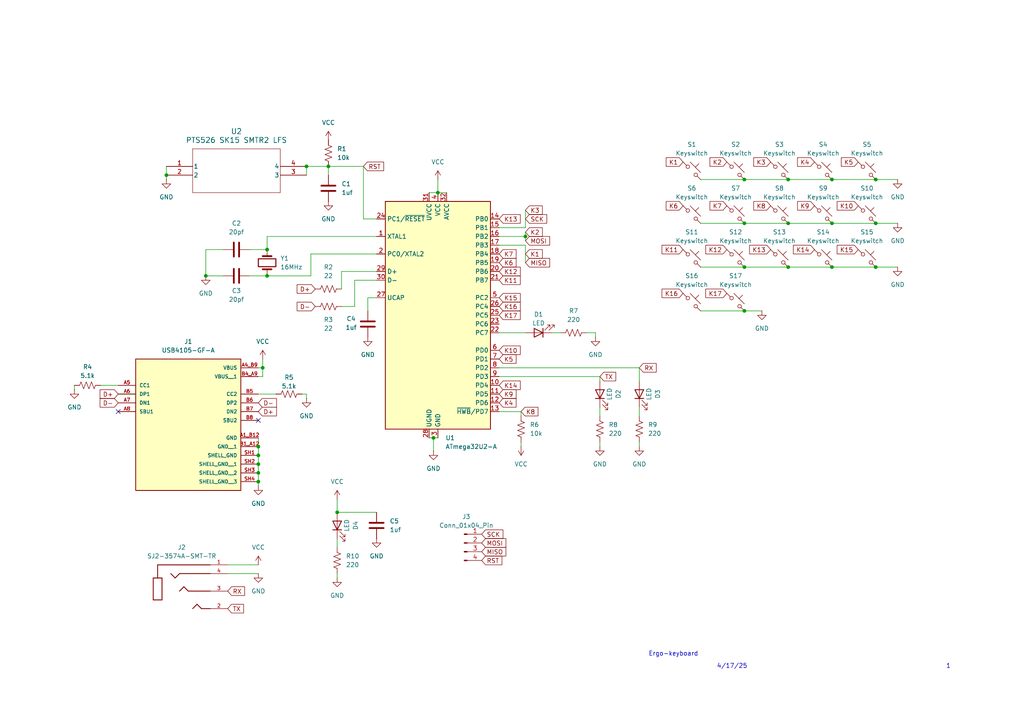
<source format=kicad_sch>
(kicad_sch (version 20231120) (generator "eeschema") (generator_version "8.0")
  (paper "A4")
  (lib_symbols
    (symbol "Connector:Conn_01x04_Pin" (pin_names (offset 1.016) hide)
      (property "Reference" "J" (at 0 5.08 0))
      (property "Value" "Conn_01x04_Pin" (at 0 -7.62 0))
      (symbol "Conn_01x04_Pin_1_1"
        (polyline (pts (xy 1.27 -5.08) (xy 0.8636 -5.08)) (stroke (width 0.1524)))
        (polyline (pts (xy 1.27 -2.54) (xy 0.8636 -2.54)) (stroke (width 0.1524)))
        (polyline (pts (xy 1.27 0) (xy 0.8636 0)) (stroke (width 0.1524)))
        (polyline (pts (xy 1.27 2.54) (xy 0.8636 2.54)) (stroke (width 0.1524)))
        (rectangle (start 0.8636 -4.953) (end 0 -5.207) (stroke (width 0.1524)) (fill (type outline)))
        (rectangle (start 0.8636 -2.413) (end 0 -2.667) (stroke (width 0.1524)) (fill (type outline)))
        (rectangle (start 0.8636 0.127) (end 0 -0.127) (stroke (width 0.1524)) (fill (type outline)))
        (rectangle (start 0.8636 2.667) (end 0 2.413) (stroke (width 0.1524)) (fill (type outline)))
        (pin passive line (at 5.08 2.54 180) (length 3.81) (name "Pin_1") (number "1"))
        (pin passive line (at 5.08 0 180) (length 3.81) (name "Pin_2") (number "2"))
        (pin passive line (at 5.08 -2.54 180) (length 3.81) (name "Pin_3") (number "3"))
        (pin passive line (at 5.08 -5.08 180) (length 3.81) (name "Pin_4") (number "4"))
      )
    )
    (symbol "Device:C" (pin_numbers hide) (pin_names (offset 0.254))
      (property "Reference" "C" (at 0.635 2.54 0))
      (property "Value" "C" (at 0.635 -2.54 0))
      (symbol "C_0_1"
        (polyline (pts (xy -2.032 -0.762) (xy 2.032 -0.762)) (stroke (width 0.508)))
        (polyline (pts (xy -2.032 0.762) (xy 2.032 0.762)) (stroke (width 0.508)))
      )
      (symbol "C_1_1"
        (pin passive line (at 0 3.81 270) (length 2.794) (name "~") (number "1"))
        (pin passive line (at 0 -3.81 90) (length 2.794) (name "~") (number "2"))
      )
    )
    (symbol "Device:Crystal" (pin_numbers hide) (pin_names (offset 1.016) hide)
      (property "Reference" "Y" (at 0 3.81 0))
      (property "Value" "Crystal" (at 0 -3.81 0))
      (symbol "Crystal_0_1"
        (rectangle (start -1.143 2.54) (end 1.143 -2.54) (stroke (width 0.3048)))
        (polyline (pts (xy -2.54 0) (xy -1.905 0)))
        (polyline (pts (xy -1.905 -1.27) (xy -1.905 1.27)) (stroke (width 0.508)))
        (polyline (pts (xy 1.905 -1.27) (xy 1.905 1.27)) (stroke (width 0.508)))
        (polyline (pts (xy 2.54 0) (xy 1.905 0)))
      )
      (symbol "Crystal_1_1"
        (pin passive line (at -3.81 0 0) (length 1.27) (name "1") (number "1"))
        (pin passive line (at 3.81 0 180) (length 1.27) (name "2") (number "2"))
      )
    )
    (symbol "Device:LED" (pin_numbers hide) (pin_names (offset 1.016) hide)
      (property "Reference" "D" (at 0 2.54 0))
      (property "Value" "LED" (at 0 -2.54 0))
      (symbol "LED_0_1"
        (polyline (pts (xy -1.27 -1.27) (xy -1.27 1.27)) (stroke (width 0.254)))
        (polyline (pts (xy -1.27 0) (xy 1.27 0)))
        (polyline (pts (xy 1.27 -1.27) (xy 1.27 1.27) (xy -1.27 0) (xy 1.27 -1.27)) (stroke (width 0.254)))
        (polyline (pts (xy -3.048 -0.762) (xy -4.572 -2.286) (xy -3.81 -2.286) (xy -4.572 -2.286) (xy -4.572 -1.524)))
        (polyline (pts (xy -1.778 -0.762) (xy -3.302 -2.286) (xy -2.54 -2.286) (xy -3.302 -2.286) (xy -3.302 -1.524)))
      )
      (symbol "LED_1_1"
        (pin passive line (at -3.81 0 0) (length 2.54) (name "K") (number "1"))
        (pin passive line (at 3.81 0 180) (length 2.54) (name "A") (number "2"))
      )
    )
    (symbol "Device:R_US" (pin_numbers hide) (pin_names (offset 0))
      (property "Reference" "R" (at 2.54 0 90))
      (property "Value" "R_US" (at -2.54 0 90))
      (symbol "R_US_0_1"
        (polyline (pts (xy 0 -2.286) (xy 0 -2.54)))
        (polyline (pts (xy 0 2.286) (xy 0 2.54)))
        (polyline (pts (xy 0 -0.762) (xy 1.016 -1.143) (xy 0 -1.524) (xy -1.016 -1.905) (xy 0 -2.286)))
        (polyline (pts (xy 0 0.762) (xy 1.016 0.381) (xy 0 0) (xy -1.016 -0.381) (xy 0 -0.762)))
        (polyline (pts (xy 0 2.286) (xy 1.016 1.905) (xy 0 1.524) (xy -1.016 1.143) (xy 0 0.762)))
      )
      (symbol "R_US_1_1"
        (pin passive line (at 0 3.81 270) (length 1.27) (name "~") (number "1"))
        (pin passive line (at 0 -3.81 90) (length 1.27) (name "~") (number "2"))
      )
    )
    (symbol "MCU_Microchip_ATmega:ATmega32U2-A"
      (property "Reference" "U" (at -15.24 34.29 0))
      (property "Value" "ATmega32U2-A" (at 2.54 -34.29 0))
      (symbol "ATmega32U2-A_0_1"
        (rectangle (start -15.24 -33.02) (end 15.24 33.02) (stroke (width 0.254)) (fill (type background)))
      )
      (symbol "ATmega32U2-A_1_1"
        (pin input line (at -17.78 22.86 0) (length 2.54) (name "XTAL1") (number "1"))
        (pin bidirectional line (at 17.78 -20.32 180) (length 2.54) (name "PD4") (number "10"))
        (pin bidirectional line (at 17.78 -22.86 180) (length 2.54) (name "PD5") (number "11"))
        (pin bidirectional line (at 17.78 -25.4 180) (length 2.54) (name "PD6") (number "12"))
        (pin bidirectional line (at 17.78 -27.94 180) (length 2.54) (name "~{HWB}/PD7") (number "13"))
        (pin bidirectional line (at 17.78 27.94 180) (length 2.54) (name "PB0") (number "14"))
        (pin bidirectional line (at 17.78 25.4 180) (length 2.54) (name "PB1") (number "15"))
        (pin bidirectional line (at 17.78 22.86 180) (length 2.54) (name "PB2") (number "16"))
        (pin bidirectional line (at 17.78 20.32 180) (length 2.54) (name "PB3") (number "17"))
        (pin bidirectional line (at 17.78 17.78 180) (length 2.54) (name "PB4") (number "18"))
        (pin bidirectional line (at 17.78 15.24 180) (length 2.54) (name "PB5") (number "19"))
        (pin bidirectional line (at -17.78 17.78 0) (length 2.54) (name "PC0/XTAL2") (number "2"))
        (pin bidirectional line (at 17.78 12.7 180) (length 2.54) (name "PB6") (number "20"))
        (pin bidirectional line (at 17.78 10.16 180) (length 2.54) (name "PB7") (number "21"))
        (pin bidirectional line (at 17.78 -5.08 180) (length 2.54) (name "PC7") (number "22"))
        (pin bidirectional line (at 17.78 -2.54 180) (length 2.54) (name "PC6") (number "23"))
        (pin bidirectional line (at -17.78 27.94 0) (length 2.54) (name "PC1/~{RESET}") (number "24"))
        (pin bidirectional line (at 17.78 0 180) (length 2.54) (name "PC5") (number "25"))
        (pin bidirectional line (at 17.78 2.54 180) (length 2.54) (name "PC4") (number "26"))
        (pin passive line (at -17.78 5.08 0) (length 2.54) (name "UCAP") (number "27"))
        (pin power_in line (at -2.54 -35.56 90) (length 2.54) (name "UGND") (number "28"))
        (pin bidirectional line (at -17.78 12.7 0) (length 2.54) (name "D+") (number "29"))
        (pin power_in line (at 0 -35.56 90) (length 2.54) (name "GND") (number "3"))
        (pin bidirectional line (at -17.78 10.16 0) (length 2.54) (name "D-") (number "30"))
        (pin power_in line (at -2.54 35.56 270) (length 2.54) (name "UVCC") (number "31"))
        (pin power_in line (at 2.54 35.56 270) (length 2.54) (name "AVCC") (number "32"))
        (pin power_in line (at 0 35.56 270) (length 2.54) (name "VCC") (number "4"))
        (pin bidirectional line (at 17.78 5.08 180) (length 2.54) (name "PC2") (number "5"))
        (pin bidirectional line (at 17.78 -10.16 180) (length 2.54) (name "PD0") (number "6"))
        (pin bidirectional line (at 17.78 -12.7 180) (length 2.54) (name "PD1") (number "7"))
        (pin bidirectional line (at 17.78 -15.24 180) (length 2.54) (name "PD2") (number "8"))
        (pin bidirectional line (at 17.78 -17.78 180) (length 2.54) (name "PD3") (number "9"))
      )
    )
    (symbol "PTS526SK15SMTR2 LFS:PTS526_SK15_SMTR2_LFS" (pin_names (offset 0.254))
      (property "Reference" "U" (at 20.32 10.16 0))
      (property "Value" "PTS526 SK15 SMTR2 LFS" (at 20.32 7.62 0))
      (symbol "PTS526_SK15_SMTR2_LFS_0_1"
        (polyline (pts (xy 7.62 -7.62) (xy 33.02 -7.62)) (stroke (width 0.127)))
        (polyline (pts (xy 7.62 5.08) (xy 7.62 -7.62)) (stroke (width 0.127)))
        (polyline (pts (xy 33.02 -7.62) (xy 33.02 5.08)) (stroke (width 0.127)))
        (polyline (pts (xy 33.02 5.08) (xy 7.62 5.08)) (stroke (width 0.127)))
        (pin unspecified line (at 0 0 0) (length 7.62) (name "1") (number "1"))
        (pin unspecified line (at 0 -2.54 0) (length 7.62) (name "2") (number "2"))
        (pin unspecified line (at 40.64 -2.54 180) (length 7.62) (name "3") (number "3"))
        (pin unspecified line (at 40.64 0 180) (length 7.62) (name "4") (number "4"))
      )
    )
    (symbol "SJ2-3574A-SMT-TR:SJ2-3574A-SMT-TR" (pin_names (offset 1.016))
      (property "Reference" "J" (at -7.62 8.382 0))
      (property "Value" "SJ2-3574A-SMT-TR" (at -7.62 -7.62 0))
      (symbol "SJ2-3574A-SMT-TR_0_0"
        (polyline (pts (xy -8.89 -2.54) (xy -8.89 3.81)) (stroke (width 0.254)))
        (polyline (pts (xy -8.89 3.81) (xy -7.62 3.81)) (stroke (width 0.254)))
        (polyline (pts (xy -7.62 3.81) (xy -7.62 7.62)) (stroke (width 0.254)))
        (polyline (pts (xy -7.62 3.81) (xy -6.35 3.81)) (stroke (width 0.254)))
        (polyline (pts (xy -7.62 7.62) (xy 7.62 7.62)) (stroke (width 0.254)))
        (polyline (pts (xy -6.35 -2.54) (xy -8.89 -2.54)) (stroke (width 0.254)))
        (polyline (pts (xy -6.35 3.81) (xy -6.35 -2.54)) (stroke (width 0.254)))
        (polyline (pts (xy -3.81 5.08) (xy -2.54 3.81)) (stroke (width 0.254)))
        (polyline (pts (xy -2.54 3.81) (xy -1.27 5.08)) (stroke (width 0.254)))
        (polyline (pts (xy -1.27 0) (xy 0 1.27)) (stroke (width 0.254)))
        (polyline (pts (xy -1.27 5.08) (xy 7.62 5.08)) (stroke (width 0.254)))
        (polyline (pts (xy 0 1.27) (xy 1.27 0)) (stroke (width 0.254)))
        (polyline (pts (xy 1.27 0) (xy 7.62 0)) (stroke (width 0.254)))
        (polyline (pts (xy 2.54 -5.08) (xy 3.81 -3.81)) (stroke (width 0.254)))
        (polyline (pts (xy 3.81 -3.81) (xy 5.08 -5.08)) (stroke (width 0.254)))
        (polyline (pts (xy 5.08 -5.08) (xy 7.62 -5.08)) (stroke (width 0.254)))
        (pin passive line (at 12.7 7.62 180) (length 5.08) (name "~") (number "1"))
        (pin passive line (at 12.7 -5.08 180) (length 5.08) (name "~") (number "2"))
        (pin passive line (at 12.7 0 180) (length 5.08) (name "~") (number "3"))
        (pin passive line (at 12.7 5.08 180) (length 5.08) (name "~") (number "4"))
      )
    )
    (symbol "ScottoKeebs:Placeholder_Keyswitch" (pin_numbers hide) (pin_names (offset 1.016) hide)
      (property "Reference" "S" (at 3.048 1.016 0))
      (property "Value" "Keyswitch" (at 0 -3.81 0))
      (symbol "Placeholder_Keyswitch_0_1"
        (circle (center -1.1684 1.1684) (radius 0.508))
        (polyline (pts (xy -0.508 2.54) (xy 2.54 -0.508)))
        (polyline (pts (xy 1.016 1.016) (xy 2.032 2.032)))
        (polyline (pts (xy -2.54 2.54) (xy -1.524 1.524) (xy -1.524 1.524)))
        (polyline (pts (xy 1.524 -1.524) (xy 2.54 -2.54) (xy 2.54 -2.54) (xy 2.54 -2.54)))
        (circle (center 1.143 -1.1938) (radius 0.508))
        (pin passive line (at -2.54 2.54 0) (length 0) (name "1") (number "1"))
        (pin passive line (at 2.54 -2.54 180) (length 0) (name "2") (number "2"))
      )
    )
    (symbol "USB_C:USB4105-GF-A" (pin_names (offset 1.016))
      (property "Reference" "J" (at -15.24 13.97 0))
      (property "Value" "USB4105-GF-A" (at -15.24 -27.94 0))
      (symbol "USB4105-GF-A_0_0"
        (rectangle (start -15.24 -25.4) (end 15.24 12.7) (stroke (width 0.254)) (fill (type background)))
        (pin power_in line (at 20.32 -10.16 180) (length 5.08) (name "GND") (number "A1_B12"))
        (pin power_in line (at 20.32 10.16 180) (length 5.08) (name "VBUS") (number "A4_B9"))
        (pin bidirectional line (at -20.32 5.08 0) (length 5.08) (name "CC1") (number "A5"))
        (pin bidirectional line (at -20.32 2.54 0) (length 5.08) (name "DP1") (number "A6"))
        (pin bidirectional line (at -20.32 0 0) (length 5.08) (name "DN1") (number "A7"))
        (pin bidirectional line (at -20.32 -2.54 0) (length 5.08) (name "SBU1") (number "A8"))
        (pin power_in line (at 20.32 -12.7 180) (length 5.08) (name "GND__1") (number "B1_A12"))
        (pin power_in line (at 20.32 7.62 180) (length 5.08) (name "VBUS__1") (number "B4_A9"))
        (pin bidirectional line (at 20.32 2.54 180) (length 5.08) (name "CC2") (number "B5"))
        (pin bidirectional line (at 20.32 0 180) (length 5.08) (name "DP2") (number "B6"))
        (pin bidirectional line (at 20.32 -2.54 180) (length 5.08) (name "DN2") (number "B7"))
        (pin bidirectional line (at 20.32 -5.08 180) (length 5.08) (name "SBU2") (number "B8"))
        (pin power_in line (at 20.32 -15.24 180) (length 5.08) (name "SHELL_GND") (number "SH1"))
        (pin power_in line (at 20.32 -17.78 180) (length 5.08) (name "SHELL_GND__1") (number "SH2"))
        (pin power_in line (at 20.32 -20.32 180) (length 5.08) (name "SHELL_GND__2") (number "SH3"))
        (pin power_in line (at 20.32 -22.86 180) (length 5.08) (name "SHELL_GND__3") (number "SH4"))
      )
    )
    (symbol "power:GND" (power) (pin_numbers hide) (pin_names (offset 0) hide)
      (property "Value" "GND" (at 0 -3.81 0))
      (symbol "GND_0_1"
        (polyline (pts (xy 0 0) (xy 0 -1.27) (xy 1.27 -1.27) (xy 0 -2.54) (xy -1.27 -1.27) (xy 0 -1.27)))
      )
      (symbol "GND_1_1"
        (pin power_in line (at 0 0 270) (length 0) (name "~") (number "1"))
      )
    )
    (symbol "power:VCC" (power) (pin_numbers hide) (pin_names (offset 0) hide)
      (property "Value" "VCC" (at 0 3.556 0))
      (symbol "VCC_0_1"
        (polyline (pts (xy -0.762 1.27) (xy 0 2.54)))
        (polyline (pts (xy 0 0) (xy 0 2.54)))
        (polyline (pts (xy 0 2.54) (xy 0.762 1.27)))
      )
      (symbol "VCC_1_1"
        (pin power_in line (at 0 0 90) (length 0) (name "~") (number "1"))
      )
    )
  )
  (junction (at 95.25 48.26))
  (junction (at 74.93 132.08))
  (junction (at 228.6 52.07))
  (junction (at 125.73 127))
  (junction (at 77.47 72.39))
  (junction (at 48.26 50.8))
  (junction (at 88.9 48.26))
  (junction (at 215.9 90.17))
  (junction (at 228.6 64.77))
  (junction (at 77.47 80.01))
  (junction (at 74.93 137.16))
  (junction (at 254 77.47))
  (junction (at 74.93 139.7))
  (junction (at 215.9 52.07))
  (junction (at 241.3 77.47))
  (junction (at 241.3 52.07))
  (junction (at 127 55.88))
  (junction (at 254 52.07))
  (junction (at 228.6 77.47))
  (junction (at 59.69 80.01))
  (junction (at 215.9 77.47))
  (junction (at 152.4 68.58))
  (junction (at 241.3 64.77))
  (junction (at 74.93 134.62))
  (junction (at 97.79 148.59))
  (junction (at 76.2 106.68))
  (junction (at 215.9 64.77))
  (junction (at 74.93 129.54))
  (junction (at 254 64.77))
  (no_connect (at 74.93 121.92))
  (no_connect (at 34.29 119.38))
  (wire (pts (xy 160.02 96.52) (xy 162.56 96.52)))
  (wire (pts (xy 74.93 134.62) (xy 74.93 137.16)))
  (wire (pts (xy 203.2 52.07) (xy 215.9 52.07)))
  (wire (pts (xy 144.78 119.38) (xy 151.13 119.38)))
  (wire (pts (xy 125.73 127) (xy 125.73 130.81)))
  (wire (pts (xy 102.87 81.28) (xy 102.87 88.9)))
  (wire (pts (xy 74.93 114.3) (xy 80.01 114.3)))
  (wire (pts (xy 109.22 78.74) (xy 99.06 78.74)))
  (wire (pts (xy 125.73 127) (xy 127 127)))
  (wire (pts (xy 241.3 64.77) (xy 254 64.77)))
  (wire (pts (xy 74.93 106.68) (xy 76.2 106.68)))
  (wire (pts (xy 74.93 139.7) (xy 74.93 140.97)))
  (wire (pts (xy 74.93 137.16) (xy 74.93 139.7)))
  (wire (pts (xy 173.99 128.27) (xy 173.99 129.54)))
  (wire (pts (xy 74.93 129.54) (xy 74.93 132.08)))
  (wire (pts (xy 215.9 52.07) (xy 228.6 52.07)))
  (wire (pts (xy 151.13 128.27) (xy 151.13 129.54)))
  (wire (pts (xy 254 52.07) (xy 260.35 52.07)))
  (wire (pts (xy 34.29 114.3) (xy 39.37 114.3)))
  (wire (pts (xy 228.6 52.07) (xy 241.3 52.07)))
  (wire (pts (xy 152.4 66.04) (xy 144.78 66.04)))
  (wire (pts (xy 215.9 90.17) (xy 220.98 90.17)))
  (wire (pts (xy 152.4 60.96) (xy 152.4 66.04)))
  (wire (pts (xy 88.9 48.26) (xy 95.25 48.26)))
  (wire (pts (xy 29.21 111.76) (xy 34.29 111.76)))
  (wire (pts (xy 76.2 106.68) (xy 76.2 104.14)))
  (wire (pts (xy 124.46 55.88) (xy 127 55.88)))
  (wire (pts (xy 88.9 48.26) (xy 88.9 50.8)))
  (wire (pts (xy 72.39 80.01) (xy 77.47 80.01)))
  (wire (pts (xy 66.04 163.83) (xy 74.93 163.83)))
  (wire (pts (xy 185.42 118.11) (xy 185.42 120.65)))
  (wire (pts (xy 97.79 166.37) (xy 97.79 167.64)))
  (wire (pts (xy 203.2 64.77) (xy 215.9 64.77)))
  (wire (pts (xy 102.87 88.9) (xy 99.06 88.9)))
  (wire (pts (xy 215.9 77.47) (xy 228.6 77.47)))
  (wire (pts (xy 254 64.77) (xy 260.35 64.77)))
  (wire (pts (xy 77.47 68.58) (xy 77.47 72.39)))
  (wire (pts (xy 144.78 96.52) (xy 152.4 96.52)))
  (wire (pts (xy 88.9 115.57) (xy 88.9 114.3)))
  (wire (pts (xy 48.26 48.26) (xy 48.26 50.8)))
  (wire (pts (xy 203.2 90.17) (xy 215.9 90.17)))
  (wire (pts (xy 59.69 80.01) (xy 64.77 80.01)))
  (wire (pts (xy 241.3 77.47) (xy 254 77.47)))
  (wire (pts (xy 152.4 68.58) (xy 144.78 68.58)))
  (wire (pts (xy 95.25 48.26) (xy 95.25 50.8)))
  (wire (pts (xy 109.22 81.28) (xy 102.87 81.28)))
  (wire (pts (xy 48.26 52.07) (xy 48.26 50.8)))
  (wire (pts (xy 127 55.88) (xy 129.54 55.88)))
  (wire (pts (xy 254 77.47) (xy 260.35 77.47)))
  (wire (pts (xy 109.22 73.66) (xy 90.17 73.66)))
  (wire (pts (xy 106.68 86.36) (xy 106.68 90.17)))
  (wire (pts (xy 152.4 67.31) (xy 152.4 68.58)))
  (wire (pts (xy 185.42 128.27) (xy 185.42 129.54)))
  (wire (pts (xy 215.9 64.77) (xy 228.6 64.77)))
  (wire (pts (xy 109.22 68.58) (xy 77.47 68.58)))
  (wire (pts (xy 124.46 127) (xy 125.73 127)))
  (wire (pts (xy 173.99 118.11) (xy 173.99 120.65)))
  (wire (pts (xy 59.69 72.39) (xy 59.69 80.01)))
  (wire (pts (xy 172.72 96.52) (xy 170.18 96.52)))
  (wire (pts (xy 97.79 144.78) (xy 97.79 148.59)))
  (wire (pts (xy 228.6 64.77) (xy 241.3 64.77)))
  (wire (pts (xy 152.4 68.58) (xy 152.4 69.85)))
  (wire (pts (xy 90.17 80.01) (xy 77.47 80.01)))
  (wire (pts (xy 99.06 78.74) (xy 99.06 83.82)))
  (wire (pts (xy 95.25 48.26) (xy 105.41 48.26)))
  (wire (pts (xy 90.17 73.66) (xy 90.17 80.01)))
  (wire (pts (xy 97.79 156.21) (xy 97.79 158.75)))
  (wire (pts (xy 241.3 52.07) (xy 254 52.07)))
  (wire (pts (xy 74.93 127) (xy 74.93 129.54)))
  (wire (pts (xy 144.78 109.22) (xy 173.99 109.22)))
  (wire (pts (xy 88.9 114.3) (xy 87.63 114.3)))
  (wire (pts (xy 152.4 71.12) (xy 152.4 76.2)))
  (wire (pts (xy 74.93 132.08) (xy 74.93 134.62)))
  (wire (pts (xy 72.39 72.39) (xy 77.47 72.39)))
  (wire (pts (xy 144.78 106.68) (xy 185.42 106.68)))
  (wire (pts (xy 76.2 109.22) (xy 76.2 106.68)))
  (wire (pts (xy 21.59 113.03) (xy 21.59 111.76)))
  (wire (pts (xy 59.69 72.39) (xy 64.77 72.39)))
  (wire (pts (xy 144.78 71.12) (xy 152.4 71.12)))
  (wire (pts (xy 151.13 119.38) (xy 151.13 120.65)))
  (wire (pts (xy 185.42 106.68) (xy 185.42 110.49)))
  (wire (pts (xy 228.6 77.47) (xy 241.3 77.47)))
  (wire (pts (xy 173.99 110.49) (xy 173.99 109.22)))
  (wire (pts (xy 105.41 48.26) (xy 105.41 63.5)))
  (wire (pts (xy 66.04 166.37) (xy 74.93 166.37)))
  (wire (pts (xy 97.79 148.59) (xy 109.22 148.59)))
  (wire (pts (xy 76.2 109.22) (xy 74.93 109.22)))
  (wire (pts (xy 105.41 63.5) (xy 109.22 63.5)))
  (wire (pts (xy 109.22 86.36) (xy 106.68 86.36)))
  (wire (pts (xy 127 52.07) (xy 127 55.88)))
  (wire (pts (xy 203.2 77.47) (xy 215.9 77.47)))
  (wire (pts (xy 172.72 96.52) (xy 172.72 97.79)))
  (text "1" (at 275.082 193.294 0) (effects (font (size 1.27 1.27))))
  (text "Ergo-keyboard" (at 195.326 189.738 0) (effects (font (size 1.27 1.27))))
  (text "4/17/25" (at 212.344 193.294 0) (effects (font (size 1.27 1.27))))
  (global_label "TX" (shape input) (at 66.04 176.53 0) (property "Intersheetrefs" "${INTERSHEET_REFS}" (effects (hide yes))))
  (global_label "D+" (shape input) (at 34.29 114.3 180) (property "Intersheetrefs" "${INTERSHEET_REFS}" (effects (hide yes))))
  (global_label "MOSI" (shape input) (at 139.7 157.48 0) (property "Intersheetrefs" "${INTERSHEET_REFS}" (effects (hide yes))))
  (global_label "K5" (shape input) (at 248.92 46.99 180) (property "Intersheetrefs" "${INTERSHEET_REFS}" (effects (hide yes))))
  (global_label "SCK" (shape input) (at 139.7 154.94 0) (property "Intersheetrefs" "${INTERSHEET_REFS}" (effects (hide yes))))
  (global_label "K9" (shape input) (at 144.78 114.3 0) (property "Intersheetrefs" "${INTERSHEET_REFS}" (effects (hide yes))))
  (global_label "K12" (shape input) (at 144.78 78.74 0) (property "Intersheetrefs" "${INTERSHEET_REFS}" (effects (hide yes))))
  (global_label "K2" (shape input) (at 152.4 67.31 0) (property "Intersheetrefs" "${INTERSHEET_REFS}" (effects (hide yes))))
  (global_label "D-" (shape input) (at 91.44 88.9 180) (property "Intersheetrefs" "${INTERSHEET_REFS}" (effects (hide yes))))
  (global_label "K5" (shape input) (at 144.78 104.14 0) (property "Intersheetrefs" "${INTERSHEET_REFS}" (effects (hide yes))))
  (global_label "K4" (shape input) (at 236.22 46.99 180) (property "Intersheetrefs" "${INTERSHEET_REFS}" (effects (hide yes))))
  (global_label "K3" (shape input) (at 152.4 60.96 0) (property "Intersheetrefs" "${INTERSHEET_REFS}" (effects (hide yes))))
  (global_label "MOSI" (shape input) (at 152.4 69.85 0) (property "Intersheetrefs" "${INTERSHEET_REFS}" (effects (hide yes))))
  (global_label "K14" (shape input) (at 144.78 111.76 0) (property "Intersheetrefs" "${INTERSHEET_REFS}" (effects (hide yes))))
  (global_label "K6" (shape input) (at 198.12 59.69 180) (property "Intersheetrefs" "${INTERSHEET_REFS}" (effects (hide yes))))
  (global_label "RST" (shape input) (at 139.7 162.56 0) (property "Intersheetrefs" "${INTERSHEET_REFS}" (effects (hide yes))))
  (global_label "K7" (shape input) (at 144.78 73.66 0) (property "Intersheetrefs" "${INTERSHEET_REFS}" (effects (hide yes))))
  (global_label "K8" (shape input) (at 223.52 59.69 180) (property "Intersheetrefs" "${INTERSHEET_REFS}" (effects (hide yes))))
  (global_label "K17" (shape input) (at 210.82 85.09 180) (property "Intersheetrefs" "${INTERSHEET_REFS}" (effects (hide yes))))
  (global_label "K1" (shape input) (at 198.12 46.99 180) (property "Intersheetrefs" "${INTERSHEET_REFS}" (effects (hide yes))))
  (global_label "K16" (shape input) (at 144.78 88.9 0) (property "Intersheetrefs" "${INTERSHEET_REFS}" (effects (hide yes))))
  (global_label "K14" (shape input) (at 236.22 72.39 180) (property "Intersheetrefs" "${INTERSHEET_REFS}" (effects (hide yes))))
  (global_label "K13" (shape input) (at 144.78 63.5 0) (property "Intersheetrefs" "${INTERSHEET_REFS}" (effects (hide yes))))
  (global_label "D+" (shape input) (at 74.93 119.38 0) (property "Intersheetrefs" "${INTERSHEET_REFS}" (effects (hide yes))))
  (global_label "RX" (shape input) (at 185.42 106.68 0) (property "Intersheetrefs" "${INTERSHEET_REFS}" (effects (hide yes))))
  (global_label "K10" (shape input) (at 248.92 59.69 180) (property "Intersheetrefs" "${INTERSHEET_REFS}" (effects (hide yes))))
  (global_label "MISO" (shape input) (at 152.4 76.2 0) (property "Intersheetrefs" "${INTERSHEET_REFS}" (effects (hide yes))))
  (global_label "D+" (shape input) (at 91.44 83.82 180) (property "Intersheetrefs" "${INTERSHEET_REFS}" (effects (hide yes))))
  (global_label "K15" (shape input) (at 248.92 72.39 180) (property "Intersheetrefs" "${INTERSHEET_REFS}" (effects (hide yes))))
  (global_label "K13" (shape input) (at 223.52 72.39 180) (property "Intersheetrefs" "${INTERSHEET_REFS}" (effects (hide yes))))
  (global_label "RX" (shape input) (at 66.04 171.45 0) (property "Intersheetrefs" "${INTERSHEET_REFS}" (effects (hide yes))))
  (global_label "K6" (shape input) (at 144.78 76.2 0) (property "Intersheetrefs" "${INTERSHEET_REFS}" (effects (hide yes))))
  (global_label "K8" (shape input) (at 151.13 119.38 0) (property "Intersheetrefs" "${INTERSHEET_REFS}" (effects (hide yes))))
  (global_label "D-" (shape input) (at 74.93 116.84 0) (property "Intersheetrefs" "${INTERSHEET_REFS}" (effects (hide yes))))
  (global_label "SCK" (shape input) (at 152.4 63.5 0) (property "Intersheetrefs" "${INTERSHEET_REFS}" (effects (hide yes))))
  (global_label "K11" (shape input) (at 198.12 72.39 180) (property "Intersheetrefs" "${INTERSHEET_REFS}" (effects (hide yes))))
  (global_label "K16" (shape input) (at 198.12 85.09 180) (property "Intersheetrefs" "${INTERSHEET_REFS}" (effects (hide yes))))
  (global_label "RST" (shape input) (at 105.41 48.26 0) (property "Intersheetrefs" "${INTERSHEET_REFS}" (effects (hide yes))))
  (global_label "K9" (shape input) (at 236.22 59.69 180) (property "Intersheetrefs" "${INTERSHEET_REFS}" (effects (hide yes))))
  (global_label "K7" (shape input) (at 210.82 59.69 180) (property "Intersheetrefs" "${INTERSHEET_REFS}" (effects (hide yes))))
  (global_label "K2" (shape input) (at 210.82 46.99 180) (property "Intersheetrefs" "${INTERSHEET_REFS}" (effects (hide yes))))
  (global_label "K4" (shape input) (at 144.78 116.84 0) (property "Intersheetrefs" "${INTERSHEET_REFS}" (effects (hide yes))))
  (global_label "K3" (shape input) (at 223.52 46.99 180) (property "Intersheetrefs" "${INTERSHEET_REFS}" (effects (hide yes))))
  (global_label "K11" (shape input) (at 144.78 81.28 0) (property "Intersheetrefs" "${INTERSHEET_REFS}" (effects (hide yes))))
  (global_label "TX" (shape input) (at 173.99 109.22 0) (property "Intersheetrefs" "${INTERSHEET_REFS}" (effects (hide yes))))
  (global_label "K15" (shape input) (at 144.78 86.36 0) (property "Intersheetrefs" "${INTERSHEET_REFS}" (effects (hide yes))))
  (global_label "K12" (shape input) (at 210.82 72.39 180) (property "Intersheetrefs" "${INTERSHEET_REFS}" (effects (hide yes))))
  (global_label "D-" (shape input) (at 34.29 116.84 180) (property "Intersheetrefs" "${INTERSHEET_REFS}" (effects (hide yes))))
  (global_label "MISO" (shape input) (at 139.7 160.02 0) (property "Intersheetrefs" "${INTERSHEET_REFS}" (effects (hide yes))))
  (global_label "K10" (shape input) (at 144.78 101.6 0) (property "Intersheetrefs" "${INTERSHEET_REFS}" (effects (hide yes))))
  (global_label "K1" (shape input) (at 152.4 73.66 0) (property "Intersheetrefs" "${INTERSHEET_REFS}" (effects (hide yes))))
  (global_label "K17" (shape input) (at 144.78 91.44 0) (property "Intersheetrefs" "${INTERSHEET_REFS}" (effects (hide yes))))
  (symbol (lib_id "power:GND") (at 260.35 52.07 0) (unit 1)
    (property "Reference" "#PWR03" (effects (hide yes)))
    (property "Value" "GND" (at 260.35 57.15 0))
    (property "Description" "Power symbol creates a global label with name \"GND\" , ground" (effects (hide yes)))
  )
  (symbol (lib_id "power:GND") (at 95.25 58.42 0) (unit 1)
    (property "Reference" "#PWR09" (effects (hide yes)))
    (property "Value" "GND" (at 95.25 63.5 0))
    (property "Description" "Power symbol creates a global label with name \"GND\" , ground" (effects (hide yes)))
  )
  (symbol (lib_id "power:GND") (at 109.22 156.21 0) (unit 1)
    (property "Reference" "#PWR013" (effects (hide yes)))
    (property "Value" "GND" (at 109.22 161.29 0))
    (property "Description" "Power symbol creates a global label with name \"GND\" , ground" (effects (hide yes)))
  )
  (symbol (lib_id "Device:C") (at 109.22 152.4 180) (unit 1)
    (property "Reference" "C5" (at 113.03 151.1299 0) (effects (justify right)))
    (property "Value" "1uf" (at 113.03 153.6699 0) (effects (justify right)))
    (property "Footprint" "Capacitor_SMD:C_0805_2012Metric" (effects (hide yes)))
    (property "Description" "Unpolarized capacitor" (effects (hide yes)))
  )
  (symbol (lib_id "ScottoKeebs:Placeholder_Keyswitch") (at 226.06 62.23 0) (unit 1)
    (property "Reference" "S8" (at 226.06 54.61 0))
    (property "Value" "Keyswitch" (at 226.06 57.15 0))
    (property "Footprint" "Mech_Keyboard:SW_Gateron_LowProfile_THT_New" (effects (hide yes)))
    (property "Description" "Push button switch, normally open, two pins, 45° tilted" (effects (hide yes)))
  )
  (symbol (lib_id "power:VCC") (at 95.25 40.64 0) (unit 1)
    (property "Reference" "#PWR07" (effects (hide yes)))
    (property "Value" "VCC" (at 95.25 35.56 0))
    (property "Description" "Power symbol creates a global label with name \"VCC\"" (effects (hide yes)))
  )
  (symbol (lib_id "power:VCC") (at 127 52.07 0) (unit 1)
    (property "Reference" "#PWR01" (effects (hide yes)))
    (property "Value" "VCC" (at 127 46.99 0))
    (property "Description" "Power symbol creates a global label with name \"VCC\"" (effects (hide yes)))
  )
  (symbol (lib_id "ScottoKeebs:Placeholder_Keyswitch") (at 226.06 49.53 0) (unit 1)
    (property "Reference" "S3" (at 226.06 41.91 0))
    (property "Value" "Keyswitch" (at 226.06 44.45 0))
    (property "Footprint" "Mech_Keyboard:SW_Gateron_LowProfile_THT_New" (effects (hide yes)))
    (property "Description" "Push button switch, normally open, two pins, 45° tilted" (effects (hide yes)))
  )
  (symbol (lib_id "power:GND") (at 97.79 167.64 0) (unit 1)
    (property "Reference" "#PWR021" (effects (hide yes)))
    (property "Value" "GND" (at 97.79 172.72 0))
    (property "Description" "Power symbol creates a global label with name \"GND\" , ground" (effects (hide yes)))
  )
  (symbol (lib_id "ScottoKeebs:Placeholder_Keyswitch") (at 213.36 74.93 0) (unit 1)
    (property "Reference" "S12" (at 213.36 67.31 0))
    (property "Value" "Keyswitch" (at 213.36 69.85 0))
    (property "Footprint" "Mech_Keyboard:SW_Gateron_LowProfile_THT_New" (effects (hide yes)))
    (property "Description" "Push button switch, normally open, two pins, 45° tilted" (effects (hide yes)))
  )
  (symbol (lib_id "MCU_Microchip_ATmega:ATmega32U2-A") (at 127 91.44 0) (unit 1)
    (property "Reference" "U1" (at 129.1941 127 0) (effects (justify left)))
    (property "Value" "ATmega32U2-A" (at 129.1941 129.54 0) (effects (justify left)))
    (property "Footprint" "Package_QFP:TQFP-32_7x7mm_P0.8mm" (effects (hide yes)))
    (property "Datasheet" "http://ww1.microchip.com/downloads/en/DeviceDoc/doc7799.pdf" (effects (hide yes)))
    (property "Description" "16MHz, 32kB Flash, 1kB SRAM, 1kB EEPROM, TQFP-32" (effects (hide yes)))
  )
  (symbol (lib_id "ScottoKeebs:Placeholder_Keyswitch") (at 251.46 74.93 0) (unit 1)
    (property "Reference" "S15" (at 251.46 67.31 0))
    (property "Value" "Keyswitch" (at 251.46 69.85 0))
    (property "Footprint" "Mech_Keyboard:SW_Gateron_LowProfile_THT_New" (effects (hide yes)))
    (property "Description" "Push button switch, normally open, two pins, 45° tilted" (effects (hide yes)))
  )
  (symbol (lib_id "ScottoKeebs:Placeholder_Keyswitch") (at 238.76 49.53 0) (unit 1)
    (property "Reference" "S4" (at 238.76 41.91 0))
    (property "Value" "Keyswitch" (at 238.76 44.45 0))
    (property "Footprint" "Mech_Keyboard:SW_Gateron_LowProfile_THT_New" (effects (hide yes)))
    (property "Description" "Push button switch, normally open, two pins, 45° tilted" (effects (hide yes)))
  )
  (symbol (lib_id "power:GND") (at 74.93 140.97 0) (unit 1)
    (property "Reference" "#PWR025" (effects (hide yes)))
    (property "Value" "GND" (at 74.93 146.05 0))
    (property "Description" "Power symbol creates a global label with name \"GND\" , ground" (effects (hide yes)))
  )
  (symbol (lib_id "Device:C") (at 95.25 54.61 0) (unit 1)
    (property "Reference" "C1" (at 99.06 53.3399 0) (effects (justify left)))
    (property "Value" "1uf" (at 99.06 55.8799 0) (effects (justify left)))
    (property "Footprint" "Capacitor_SMD:C_0805_2012Metric" (effects (hide yes)))
    (property "Description" "Unpolarized capacitor" (effects (hide yes)))
  )
  (symbol (lib_id "Device:R_US") (at 95.25 44.45 0) (unit 1)
    (property "Reference" "R1" (at 97.79 43.1799 0) (effects (justify left)))
    (property "Value" "10k" (at 97.79 45.7199 0) (effects (justify left)))
    (property "Footprint" "Resistor_SMD:R_0805_2012Metric" (effects (hide yes)))
    (property "Description" "Resistor, US symbol" (effects (hide yes)))
  )
  (symbol (lib_id "power:GND") (at 21.59 113.03 0) (unit 1)
    (property "Reference" "#PWR029" (effects (hide yes)))
    (property "Value" "GND" (at 21.59 118.11 0))
    (property "Description" "Power symbol creates a global label with name \"GND\" , ground" (effects (hide yes)))
  )
  (symbol (lib_id "Device:C") (at 106.68 93.98 180) (unit 1)
    (property "Reference" "C4" (at 101.854 92.456 0))
    (property "Value" "1uf" (at 101.854 94.996 0))
    (property "Footprint" "Capacitor_SMD:C_0805_2012Metric" (effects (hide yes)))
    (property "Description" "Unpolarized capacitor" (effects (hide yes)))
  )
  (symbol (lib_id "power:GND") (at 74.93 166.37 0) (unit 1)
    (property "Reference" "#PWR014" (effects (hide yes)))
    (property "Value" "GND" (at 74.93 171.45 0))
    (property "Description" "Power symbol creates a global label with name \"GND\" , ground" (effects (hide yes)))
  )
  (symbol (lib_id "Device:LED") (at 173.99 114.3 90) (unit 1)
    (property "Reference" "D2" (at 179.324 114.3 0))
    (property "Value" "LED" (at 176.784 114.3 0))
    (property "Footprint" "LED_SMD:LED_0805_2012Metric" (effects (hide yes)))
    (property "Description" "Light emitting diode" (effects (hide yes)))
  )
  (symbol (lib_id "ScottoKeebs:Placeholder_Keyswitch") (at 200.66 87.63 0) (unit 1)
    (property "Reference" "S16" (at 200.66 80.01 0))
    (property "Value" "Keyswitch" (at 200.66 82.55 0))
    (property "Footprint" "Mech_Keyboard:SW_Gateron_LowProfile_THT_New" (effects (hide yes)))
    (property "Description" "Push button switch, normally open, two pins, 45° tilted" (effects (hide yes)))
  )
  (symbol (lib_id "Device:LED") (at 185.42 114.3 90) (unit 1)
    (property "Reference" "D3" (at 190.754 114.3 0))
    (property "Value" "LED" (at 188.214 114.3 0))
    (property "Footprint" "LED_SMD:LED_0805_2012Metric" (effects (hide yes)))
    (property "Description" "Light emitting diode" (effects (hide yes)))
  )
  (symbol (lib_id "ScottoKeebs:Placeholder_Keyswitch") (at 251.46 62.23 0) (unit 1)
    (property "Reference" "S10" (at 251.46 54.61 0))
    (property "Value" "Keyswitch" (at 251.46 57.15 0))
    (property "Footprint" "Mech_Keyboard:SW_Gateron_LowProfile_THT_New" (effects (hide yes)))
    (property "Description" "Push button switch, normally open, two pins, 45° tilted" (effects (hide yes)))
  )
  (symbol (lib_id "power:VCC") (at 97.79 144.78 0) (unit 1)
    (property "Reference" "#PWR022" (effects (hide yes)))
    (property "Value" "VCC" (at 97.79 139.7 0))
    (property "Description" "Power symbol creates a global label with name \"VCC\"" (effects (hide yes)))
  )
  (symbol (lib_id "Device:R_US") (at 97.79 162.56 180) (unit 1)
    (property "Reference" "R10" (at 100.33 161.2899 0) (effects (justify right)))
    (property "Value" "220" (at 100.33 163.8299 0) (effects (justify right)))
    (property "Footprint" "Resistor_SMD:R_0805_2012Metric" (effects (hide yes)))
    (property "Description" "Resistor, US symbol" (effects (hide yes)))
  )
  (symbol (lib_id "SJ2-3574A-SMT-TR:SJ2-3574A-SMT-TR") (at 53.34 171.45 0) (unit 1)
    (property "Reference" "J2" (at 52.705 158.75 0))
    (property "Value" "SJ2-3574A-SMT-TR" (at 52.705 161.29 0))
    (property "Footprint" "Mech_Keyboard:SAMESKY_SJ2-3574A-SMT-TR" (effects (hide yes)))
    (property "PARTREV" "1.05" (effects (hide yes)))
    (property "STANDARD" "Manufacturer Recommendations" (effects (hide yes)))
    (property "MAXIMUM_PACKAGE_HEIGHT" "5.3mm" (effects (hide yes)))
    (property "MANUFACTURER" "Same Sky" (effects (hide yes)))
  )
  (symbol (lib_id "power:GND") (at 185.42 129.54 0) (unit 1)
    (property "Reference" "#PWR020" (effects (hide yes)))
    (property "Value" "GND" (at 185.42 134.62 0))
    (property "Description" "Power symbol creates a global label with name \"GND\" , ground" (effects (hide yes)))
  )
  (symbol (lib_id "power:GND") (at 220.98 90.17 0) (unit 1)
    (property "Reference" "#PWR06" (effects (hide yes)))
    (property "Value" "GND" (at 220.98 95.25 0))
    (property "Description" "Power symbol creates a global label with name \"GND\" , ground" (effects (hide yes)))
  )
  (symbol (lib_id "power:GND") (at 260.35 64.77 0) (unit 1)
    (property "Reference" "#PWR04" (effects (hide yes)))
    (property "Value" "GND" (at 260.35 69.85 0))
    (property "Description" "Power symbol creates a global label with name \"GND\" , ground" (effects (hide yes)))
  )
  (symbol (lib_id "power:GND") (at 125.73 130.81 0) (unit 1)
    (property "Reference" "#PWR02" (effects (hide yes)))
    (property "Value" "GND" (at 125.73 135.89 0))
    (property "Description" "Power symbol creates a global label with name \"GND\" , ground" (effects (hide yes)))
  )
  (symbol (lib_id "Device:R_US") (at 166.37 96.52 270) (unit 1)
    (property "Reference" "R7" (at 166.37 90.17 90))
    (property "Value" "220" (at 166.37 92.71 90))
    (property "Footprint" "Resistor_SMD:R_0805_2012Metric" (effects (hide yes)))
    (property "Description" "Resistor, US symbol" (effects (hide yes)))
  )
  (symbol (lib_id "power:VCC") (at 76.2 104.14 0) (unit 1)
    (property "Reference" "#PWR028" (effects (hide yes)))
    (property "Value" "VCC" (at 76.2 99.06 0))
    (property "Description" "Power symbol creates a global label with name \"VCC\"" (effects (hide yes)))
  )
  (symbol (lib_id "ScottoKeebs:Placeholder_Keyswitch") (at 213.36 62.23 0) (unit 1)
    (property "Reference" "S7" (at 213.36 54.61 0))
    (property "Value" "Keyswitch" (at 213.36 57.15 0))
    (property "Footprint" "Mech_Keyboard:SW_Gateron_LowProfile_THT_New" (effects (hide yes)))
    (property "Description" "Push button switch, normally open, two pins, 45° tilted" (effects (hide yes)))
  )
  (symbol (lib_id "Device:C") (at 68.58 80.01 270) (unit 1)
    (property "Reference" "C3" (at 68.58 84.328 90))
    (property "Value" "20pf" (at 68.58 86.868 90))
    (property "Footprint" "Capacitor_SMD:C_0805_2012Metric" (effects (hide yes)))
    (property "Description" "Unpolarized capacitor" (effects (hide yes)))
  )
  (symbol (lib_id "ScottoKeebs:Placeholder_Keyswitch") (at 200.66 49.53 0) (unit 1)
    (property "Reference" "S1" (at 200.66 41.91 0))
    (property "Value" "Keyswitch" (at 200.66 44.45 0))
    (property "Footprint" "Mech_Keyboard:SW_Gateron_LowProfile_THT_New" (effects (hide yes)))
    (property "Description" "Push button switch, normally open, two pins, 45° tilted" (effects (hide yes)))
  )
  (symbol (lib_id "ScottoKeebs:Placeholder_Keyswitch") (at 200.66 62.23 0) (unit 1)
    (property "Reference" "S6" (at 200.66 54.61 0))
    (property "Value" "Keyswitch" (at 200.66 57.15 0))
    (property "Footprint" "Mech_Keyboard:SW_Gateron_LowProfile_THT_New" (effects (hide yes)))
    (property "Description" "Push button switch, normally open, two pins, 45° tilted" (effects (hide yes)))
  )
  (symbol (lib_id "power:GND") (at 106.68 97.79 0) (unit 1)
    (property "Reference" "#PWR012" (effects (hide yes)))
    (property "Value" "GND" (at 106.68 102.87 0))
    (property "Description" "Power symbol creates a global label with name \"GND\" , ground" (effects (hide yes)))
  )
  (symbol (lib_id "power:GND") (at 173.99 129.54 0) (unit 1)
    (property "Reference" "#PWR019" (effects (hide yes)))
    (property "Value" "GND" (at 173.99 134.62 0))
    (property "Description" "Power symbol creates a global label with name \"GND\" , ground" (effects (hide yes)))
  )
  (symbol (lib_id "Device:R_US") (at 151.13 124.46 180) (unit 1)
    (property "Reference" "R6" (at 153.67 123.1899 0) (effects (justify right)))
    (property "Value" "10k" (at 153.67 125.7299 0) (effects (justify right)))
    (property "Footprint" "Resistor_SMD:R_0805_2012Metric" (effects (hide yes)))
    (property "Description" "Resistor, US symbol" (effects (hide yes)))
  )
  (symbol (lib_id "ScottoKeebs:Placeholder_Keyswitch") (at 200.66 74.93 0) (unit 1)
    (property "Reference" "S11" (at 200.66 67.31 0))
    (property "Value" "Keyswitch" (at 200.66 69.85 0))
    (property "Footprint" "Mech_Keyboard:SW_Gateron_LowProfile_THT_New" (effects (hide yes)))
    (property "Description" "Push button switch, normally open, two pins, 45° tilted" (effects (hide yes)))
  )
  (symbol (lib_id "Device:R_US") (at 173.99 124.46 180) (unit 1)
    (property "Reference" "R8" (at 176.53 123.1899 0) (effects (justify right)))
    (property "Value" "220" (at 176.53 125.7299 0) (effects (justify right)))
    (property "Footprint" "Resistor_SMD:R_0805_2012Metric" (effects (hide yes)))
    (property "Description" "Resistor, US symbol" (effects (hide yes)))
  )
  (symbol (lib_id "power:VCC") (at 151.13 129.54 180) (unit 1)
    (property "Reference" "#PWR018" (effects (hide yes)))
    (property "Value" "VCC" (at 151.13 134.62 0))
    (property "Description" "Power symbol creates a global label with name \"VCC\"" (effects (hide yes)))
  )
  (symbol (lib_id "ScottoKeebs:Placeholder_Keyswitch") (at 226.06 74.93 0) (unit 1)
    (property "Reference" "S13" (at 226.06 67.31 0))
    (property "Value" "Keyswitch" (at 226.06 69.85 0))
    (property "Footprint" "Mech_Keyboard:SW_Gateron_LowProfile_THT_New" (effects (hide yes)))
    (property "Description" "Push button switch, normally open, two pins, 45° tilted" (effects (hide yes)))
  )
  (symbol (lib_id "USB_C:USB4105-GF-A") (at 54.61 116.84 0) (unit 1)
    (property "Reference" "J1" (at 54.61 99.06 0))
    (property "Value" "USB4105-GF-A" (at 54.61 101.6 0))
    (property "Footprint" "Mech_Keyboard:GCT_USB4105-GF-A" (effects (hide yes)))
    (property "PARTREV" "B4" (effects (hide yes)))
    (property "STANDARD" "Manufacturer Recommendations" (effects (hide yes)))
    (property "MAXIMUM_PACKAGE_HEIGHT" "3.31 mm" (effects (hide yes)))
    (property "MANUFACTURER" "GCT" (effects (hide yes)))
  )
  (symbol (lib_id "ScottoKeebs:Placeholder_Keyswitch") (at 238.76 62.23 0) (unit 1)
    (property "Reference" "S9" (at 238.76 54.61 0))
    (property "Value" "Keyswitch" (at 238.76 57.15 0))
    (property "Footprint" "Mech_Keyboard:SW_Gateron_LowProfile_THT_New" (effects (hide yes)))
    (property "Description" "Push button switch, normally open, two pins, 45° tilted" (effects (hide yes)))
  )
  (symbol (lib_id "Device:R_US") (at 95.25 83.82 90) (unit 1)
    (property "Reference" "R2" (at 95.25 77.47 90))
    (property "Value" "22" (at 95.25 80.01 90))
    (property "Footprint" "Resistor_SMD:R_0805_2012Metric" (effects (hide yes)))
    (property "Description" "Resistor, US symbol" (effects (hide yes)))
  )
  (symbol (lib_id "ScottoKeebs:Placeholder_Keyswitch") (at 251.46 49.53 0) (unit 1)
    (property "Reference" "S5" (at 251.46 41.91 0))
    (property "Value" "Keyswitch" (at 251.46 44.45 0))
    (property "Footprint" "Mech_Keyboard:SW_Gateron_LowProfile_THT_New" (effects (hide yes)))
    (property "Description" "Push button switch, normally open, two pins, 45° tilted" (effects (hide yes)))
  )
  (symbol (lib_id "power:VCC") (at 74.93 163.83 0) (unit 1)
    (property "Reference" "#PWR011" (effects (hide yes)))
    (property "Value" "VCC" (at 74.93 158.75 0))
    (property "Description" "Power symbol creates a global label with name \"VCC\"" (effects (hide yes)))
  )
  (symbol (lib_id "power:GND") (at 88.9 115.57 0) (unit 1)
    (property "Reference" "#PWR024" (effects (hide yes)))
    (property "Value" "GND" (at 88.9 120.65 0))
    (property "Description" "Power symbol creates a global label with name \"GND\" , ground" (effects (hide yes)))
  )
  (symbol (lib_id "power:GND") (at 260.35 77.47 0) (unit 1)
    (property "Reference" "#PWR05" (effects (hide yes)))
    (property "Value" "GND" (at 260.35 82.55 0))
    (property "Description" "Power symbol creates a global label with name \"GND\" , ground" (effects (hide yes)))
  )
  (symbol (lib_id "power:GND") (at 48.26 52.07 0) (unit 1)
    (property "Reference" "#PWR08" (effects (hide yes)))
    (property "Value" "GND" (at 48.26 57.15 0))
    (property "Description" "Power symbol creates a global label with name \"GND\" , ground" (effects (hide yes)))
  )
  (symbol (lib_id "Connector:Conn_01x04_Pin") (at 134.62 157.48 0) (unit 1)
    (property "Reference" "J3" (at 135.255 149.86 0))
    (property "Value" "Conn_01x04_Pin" (at 135.255 152.4 0))
    (property "Footprint" "Connector_PinSocket_2.54mm:PinSocket_1x04_P2.54mm_Vertical_SMD_Pin1Right" (effects (hide yes)))
    (property "Description" "Generic connector, single row, 01x04, script generated" (effects (hide yes)))
  )
  (symbol (lib_id "Device:R_US") (at 83.82 114.3 90) (unit 1)
    (property "Reference" "R5" (at 83.82 109.474 90))
    (property "Value" "5.1k" (at 83.82 112.014 90))
    (property "Footprint" "Resistor_SMD:R_0805_2012Metric" (effects (hide yes)))
    (property "Description" "Resistor, US symbol" (effects (hide yes)))
  )
  (symbol (lib_id "Device:R_US") (at 95.25 88.9 90) (unit 1)
    (property "Reference" "R3" (at 95.25 92.71 90))
    (property "Value" "22" (at 95.25 95.25 90))
    (property "Footprint" "Resistor_SMD:R_0805_2012Metric" (effects (hide yes)))
    (property "Description" "Resistor, US symbol" (effects (hide yes)))
  )
  (symbol (lib_id "power:GND") (at 59.69 80.01 0) (unit 1)
    (property "Reference" "#PWR010" (effects (hide yes)))
    (property "Value" "GND" (at 59.69 85.09 0))
    (property "Description" "Power symbol creates a global label with name \"GND\" , ground" (effects (hide yes)))
  )
  (symbol (lib_id "power:GND") (at 172.72 97.79 0) (unit 1)
    (property "Reference" "#PWR017" (effects (hide yes)))
    (property "Value" "GND" (at 172.72 102.87 0))
    (property "Description" "Power symbol creates a global label with name \"GND\" , ground" (effects (hide yes)))
  )
  (symbol (lib_id "ScottoKeebs:Placeholder_Keyswitch") (at 213.36 49.53 0) (unit 1)
    (property "Reference" "S2" (at 213.36 41.91 0))
    (property "Value" "Keyswitch" (at 213.36 44.45 0))
    (property "Footprint" "Mech_Keyboard:SW_Gateron_LowProfile_THT_New" (effects (hide yes)))
    (property "Description" "Push button switch, normally open, two pins, 45° tilted" (effects (hide yes)))
  )
  (symbol (lib_id "Device:R_US") (at 25.4 111.76 90) (unit 1)
    (property "Reference" "R4" (at 25.4 106.426 90))
    (property "Value" "5.1k" (at 25.4 108.966 90))
    (property "Footprint" "Resistor_SMD:R_0805_2012Metric" (effects (hide yes)))
    (property "Description" "Resistor, US symbol" (effects (hide yes)))
  )
  (symbol (lib_id "Device:LED") (at 97.79 152.4 90) (unit 1)
    (property "Reference" "D4" (at 103.124 152.4 0))
    (property "Value" "LED" (at 100.584 152.4 0))
    (property "Footprint" "LED_SMD:LED_0805_2012Metric" (effects (hide yes)))
    (property "Description" "Light emitting diode" (effects (hide yes)))
  )
  (symbol (lib_id "Device:R_US") (at 185.42 124.46 180) (unit 1)
    (property "Reference" "R9" (at 187.96 123.1899 0) (effects (justify right)))
    (property "Value" "220" (at 187.96 125.7299 0) (effects (justify right)))
    (property "Footprint" "Resistor_SMD:R_0805_2012Metric" (effects (hide yes)))
    (property "Description" "Resistor, US symbol" (effects (hide yes)))
  )
  (symbol (lib_id "Device:C") (at 68.58 72.39 90) (unit 1)
    (property "Reference" "C2" (at 68.58 64.77 90))
    (property "Value" "20pf" (at 68.58 67.31 90))
    (property "Footprint" "Capacitor_SMD:C_0805_2012Metric" (effects (hide yes)))
    (property "Description" "Unpolarized capacitor" (effects (hide yes)))
  )
  (symbol (lib_id "Device:LED") (at 156.21 96.52 180) (unit 1)
    (property "Reference" "D1" (at 156.21 91.186 0))
    (property "Value" "LED" (at 156.21 93.726 0))
    (property "Footprint" "LED_SMD:LED_0805_2012Metric" (effects (hide yes)))
    (property "Description" "Light emitting diode" (effects (hide yes)))
  )
  (symbol (lib_id "ScottoKeebs:Placeholder_Keyswitch") (at 238.76 74.93 0) (unit 1)
    (property "Reference" "S14" (at 238.76 67.31 0))
    (property "Value" "Keyswitch" (at 238.76 69.85 0))
    (property "Footprint" "Mech_Keyboard:SW_Gateron_LowProfile_THT_New" (effects (hide yes)))
    (property "Description" "Push button switch, normally open, two pins, 45° tilted" (effects (hide yes)))
  )
  (symbol (lib_id "PTS526SK15SMTR2 LFS:PTS526_SK15_SMTR2_LFS") (at 48.26 48.26 0) (unit 1)
    (property "Reference" "U2" (at 68.58 38.1 0) (effects (font (size 1.524 1.524))))
    (property "Value" "PTS526 SK15 SMTR2 LFS" (at 68.58 40.64 0) (effects (font (size 1.524 1.524))))
    (property "Footprint" "SMT_FS" (effects (hide yes)))
    (property "Datasheet" "PTS526 SK15 SMTR2 LFS" (effects (hide yes)))
  )
  (symbol (lib_id "Device:Crystal") (at 77.47 76.2 270) (unit 1)
    (property "Reference" "Y1" (at 81.28 74.9299 90) (effects (justify left)))
    (property "Value" "16MHz" (at 81.28 77.4699 90) (effects (justify left)))
    (property "Footprint" "Mech_Keyboard:XTAL_ECS-160-20-5PX-TR" (effects (hide yes)))
    (property "Description" "Two pin crystal" (effects (hide yes)))
  )
  (symbol (lib_id "ScottoKeebs:Placeholder_Keyswitch") (at 213.36 87.63 0) (unit 1)
    (property "Reference" "S17" (at 213.36 80.01 0))
    (property "Value" "Keyswitch" (at 213.36 82.55 0))
    (property "Footprint" "Mech_Keyboard:SW_Gateron_LowProfile_THT_New" (effects (hide yes)))
    (property "Description" "Push button switch, normally open, two pins, 45° tilted" (effects (hide yes)))
  )
)
</source>
